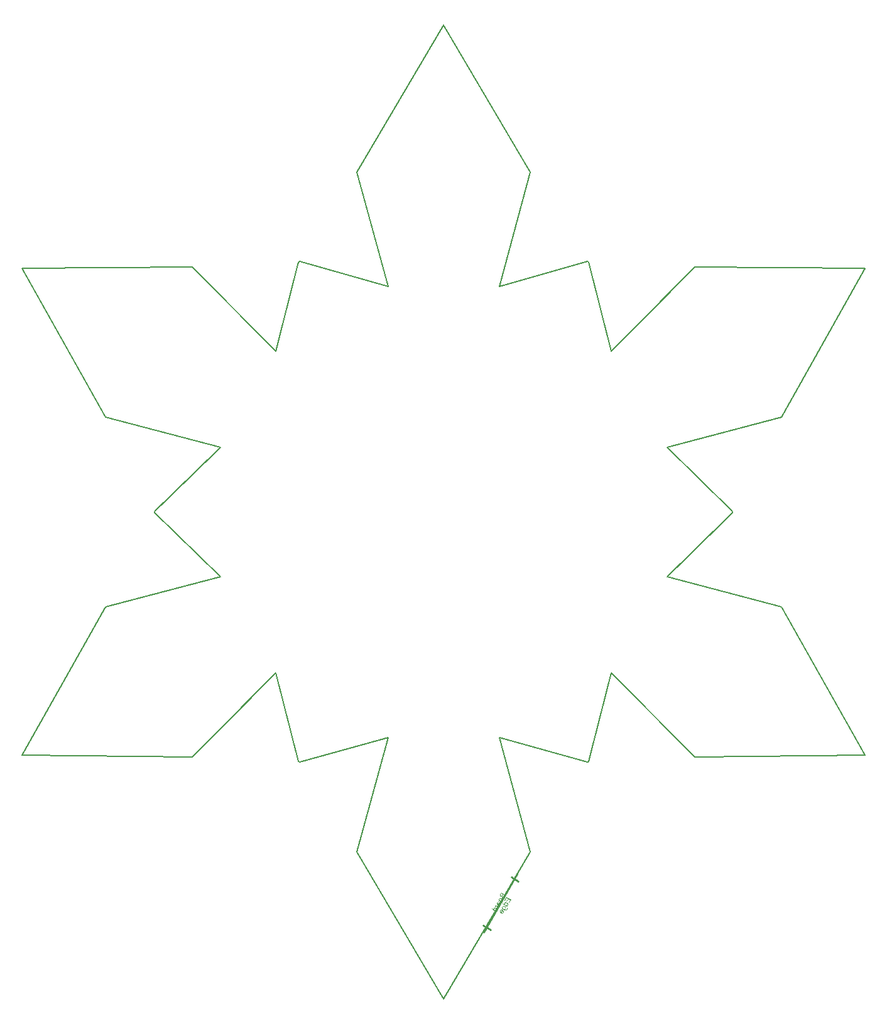
<source format=gm1>
G04*
G04 #@! TF.GenerationSoftware,Altium Limited,Altium Designer,18.1.9 (240)*
G04*
G04 Layer_Color=16711935*
%FSLAX25Y25*%
%MOIN*%
G70*
G01*
G75*
%ADD10C,0.01000*%
%ADD78C,0.00820*%
%ADD79C,0.00050*%
G36*
X295568Y59032D02*
X294969Y57994D01*
X294917Y57922D01*
X294874Y57856D01*
X294831Y57800D01*
X294797Y57758D01*
X294774Y57726D01*
X294753Y57708D01*
X294749Y57700D01*
X294697Y57654D01*
X294647Y57612D01*
X294599Y57574D01*
X294558Y57547D01*
X294520Y57523D01*
X294491Y57509D01*
X294475Y57499D01*
X294469Y57497D01*
X294413Y57479D01*
X294353Y57463D01*
X294297Y57454D01*
X294244Y57449D01*
X294199Y57450D01*
X294161Y57446D01*
X294138Y57450D01*
X294128Y57450D01*
X294056Y57457D01*
X293987Y57471D01*
X293924Y57492D01*
X293868Y57509D01*
X293824Y57530D01*
X293787Y57546D01*
X293765Y57559D01*
X293757Y57563D01*
X293679Y57613D01*
X293616Y57670D01*
X293566Y57724D01*
X293522Y57780D01*
X293492Y57833D01*
X293469Y57872D01*
X293458Y57898D01*
X293453Y57906D01*
X293425Y57988D01*
X293412Y58072D01*
X293407Y58151D01*
X293406Y58227D01*
X293411Y58290D01*
X293416Y58343D01*
X293421Y58360D01*
X293424Y58374D01*
X293425Y58384D01*
X293427Y58387D01*
X293355Y58342D01*
X293287Y58311D01*
X293226Y58285D01*
X293166Y58269D01*
X293120Y58260D01*
X293080Y58253D01*
X293059Y58250D01*
X293049Y58251D01*
X292978Y58251D01*
X292910Y58265D01*
X292852Y58278D01*
X292800Y58293D01*
X292754Y58310D01*
X292721Y58324D01*
X292702Y58335D01*
X292694Y58339D01*
X292632Y58380D01*
X292578Y58427D01*
X292533Y58473D01*
X292495Y58520D01*
X292464Y58563D01*
X292438Y58598D01*
X292426Y58621D01*
X292421Y58629D01*
X292388Y58704D01*
X292366Y58772D01*
X292351Y58841D01*
X292343Y58907D01*
X292342Y58958D01*
X292341Y58999D01*
X292342Y59029D01*
X292341Y59035D01*
X292343Y59039D01*
X292356Y59122D01*
X292381Y59209D01*
X292413Y59292D01*
X292443Y59371D01*
X292477Y59438D01*
X292492Y59464D01*
X292504Y59493D01*
X293070Y60474D01*
X295568Y59032D01*
D02*
G37*
G36*
X292808Y57553D02*
X292885Y57545D01*
X292959Y57532D01*
X293030Y57516D01*
X293100Y57496D01*
X293164Y57475D01*
X293221Y57452D01*
X293271Y57433D01*
X293315Y57413D01*
X293350Y57393D01*
X293378Y57381D01*
X293393Y57373D01*
X293401Y57368D01*
X293482Y57316D01*
X293558Y57262D01*
X293624Y57209D01*
X293683Y57155D01*
X293735Y57104D01*
X293785Y57050D01*
X293822Y56999D01*
X293858Y56947D01*
X293888Y56904D01*
X293910Y56862D01*
X293929Y56825D01*
X293945Y56791D01*
X293957Y56768D01*
X293966Y56748D01*
X293969Y56736D01*
X293970Y56730D01*
X293986Y56660D01*
X293995Y56589D01*
X294001Y56520D01*
X293997Y56451D01*
X293991Y56389D01*
X293980Y56324D01*
X293955Y56212D01*
X293940Y56160D01*
X293924Y56113D01*
X293905Y56073D01*
X293892Y56041D01*
X293880Y56012D01*
X293858Y55974D01*
X293804Y55889D01*
X293743Y55818D01*
X293686Y55754D01*
X293626Y55703D01*
X293576Y55660D01*
X293533Y55629D01*
X293520Y55616D01*
X293506Y55610D01*
X293500Y55608D01*
X293498Y55604D01*
X293410Y55558D01*
X293326Y55526D01*
X293246Y55501D01*
X293172Y55488D01*
X293107Y55480D01*
X293057Y55473D01*
X293022Y55473D01*
X293016Y55472D01*
X293012Y55474D01*
X292912Y55486D01*
X292806Y55512D01*
X292704Y55546D01*
X292607Y55581D01*
X292563Y55601D01*
X292523Y55619D01*
X292489Y55639D01*
X292456Y55653D01*
X292434Y55666D01*
X292414Y55677D01*
X292403Y55683D01*
X292399Y55686D01*
X292322Y55736D01*
X292254Y55785D01*
X292188Y55838D01*
X292132Y55891D01*
X292083Y55945D01*
X292040Y55994D01*
X292000Y56048D01*
X291966Y56093D01*
X291941Y56138D01*
X291916Y56183D01*
X291896Y56219D01*
X291884Y56252D01*
X291874Y56278D01*
X291866Y56298D01*
X291863Y56310D01*
X291861Y56316D01*
X291845Y56386D01*
X291836Y56457D01*
X291830Y56526D01*
X291828Y56593D01*
X291836Y56660D01*
X291846Y56720D01*
X291870Y56833D01*
X291885Y56885D01*
X291902Y56931D01*
X291918Y56968D01*
X291934Y57004D01*
X291945Y57033D01*
X291965Y57067D01*
X292004Y57126D01*
X292043Y57184D01*
X292129Y57281D01*
X292220Y57360D01*
X292264Y57391D01*
X292301Y57420D01*
X292342Y57447D01*
X292378Y57467D01*
X292413Y57483D01*
X292441Y57497D01*
X292463Y57509D01*
X292481Y57514D01*
X292490Y57519D01*
X292496Y57521D01*
X292574Y57542D01*
X292651Y57553D01*
X292730Y57558D01*
X292808Y57553D01*
D02*
G37*
G36*
X291602Y55639D02*
X291665Y55633D01*
X291725Y55624D01*
X291777Y55609D01*
X291818Y55601D01*
X291843Y55591D01*
X291849Y55593D01*
X291853Y55591D01*
X291721Y55266D01*
X291646Y55285D01*
X291573Y55291D01*
X291514Y55294D01*
X291461Y55290D01*
X291421Y55282D01*
X291391Y55274D01*
X291373Y55269D01*
X291367Y55268D01*
X291317Y55241D01*
X291267Y55199D01*
X291227Y55156D01*
X291185Y55110D01*
X291152Y55062D01*
X291127Y55027D01*
X291107Y54992D01*
X291065Y54910D01*
X291034Y54831D01*
X291018Y54760D01*
X291009Y54699D01*
X291006Y54650D01*
X291009Y54613D01*
X291010Y54587D01*
X291011Y54581D01*
X291028Y54531D01*
X291055Y54490D01*
X291092Y54448D01*
X291127Y54413D01*
X291161Y54383D01*
X291193Y54360D01*
X291216Y54347D01*
X291219Y54344D01*
X291223Y54342D01*
X291231Y54338D01*
X291242Y54331D01*
X291269Y54316D01*
X291294Y54307D01*
X291301Y54302D01*
X291305Y54300D01*
X291336Y54327D01*
X291370Y54359D01*
X291443Y54433D01*
X291511Y54516D01*
X291577Y54594D01*
X291640Y54669D01*
X291664Y54701D01*
X291685Y54729D01*
X291704Y54754D01*
X291715Y54773D01*
X291725Y54782D01*
X291728Y54786D01*
X291773Y54846D01*
X291811Y54895D01*
X291847Y54940D01*
X291877Y54974D01*
X291902Y55000D01*
X291917Y55016D01*
X291929Y55029D01*
X291931Y55033D01*
X291973Y55070D01*
X292012Y55103D01*
X292047Y55129D01*
X292086Y55152D01*
X292117Y55170D01*
X292139Y55182D01*
X292155Y55193D01*
X292161Y55195D01*
X292208Y55213D01*
X292252Y55229D01*
X292300Y55241D01*
X292340Y55249D01*
X292377Y55252D01*
X292403Y55253D01*
X292422Y55252D01*
X292428Y55253D01*
X292481Y55248D01*
X292532Y55239D01*
X292578Y55223D01*
X292620Y55208D01*
X292653Y55194D01*
X292682Y55183D01*
X292697Y55174D01*
X292705Y55170D01*
X292780Y55116D01*
X292845Y55053D01*
X292893Y54995D01*
X292929Y54934D01*
X292957Y54877D01*
X292974Y54837D01*
X292982Y54807D01*
X292985Y54795D01*
X292997Y54702D01*
X292987Y54606D01*
X292972Y54519D01*
X292944Y54434D01*
X292918Y54362D01*
X292904Y54330D01*
X292891Y54307D01*
X292881Y54282D01*
X292866Y54255D01*
X292823Y54189D01*
X292780Y54133D01*
X292740Y54080D01*
X292697Y54033D01*
X292662Y53998D01*
X292633Y53974D01*
X292618Y53958D01*
X292610Y53952D01*
X292548Y53907D01*
X292485Y53867D01*
X292418Y53830D01*
X292351Y53803D01*
X292294Y53774D01*
X292250Y53759D01*
X292222Y53745D01*
X292210Y53742D01*
X292255Y53706D01*
X292292Y53674D01*
X292326Y53645D01*
X292354Y53614D01*
X292374Y53587D01*
X292392Y53566D01*
X292401Y53556D01*
X292403Y53550D01*
X292218Y53230D01*
X292162Y53308D01*
X292133Y53346D01*
X292109Y53374D01*
X292087Y53397D01*
X292066Y53414D01*
X292053Y53427D01*
X292050Y53429D01*
X292025Y53448D01*
X291997Y53470D01*
X291963Y53490D01*
X291923Y53517D01*
X291838Y53572D01*
X291743Y53627D01*
X291657Y53681D01*
X291619Y53703D01*
X291585Y53723D01*
X291559Y53738D01*
X291536Y53751D01*
X291521Y53760D01*
X291517Y53762D01*
X291106Y53999D01*
X291034Y54041D01*
X290979Y54078D01*
X290932Y54110D01*
X290894Y54132D01*
X290866Y54153D01*
X290849Y54168D01*
X290840Y54178D01*
X290836Y54181D01*
X290797Y54218D01*
X290764Y54258D01*
X290738Y54293D01*
X290717Y54325D01*
X290699Y54356D01*
X290690Y54376D01*
X290683Y54390D01*
X290682Y54396D01*
X290669Y54444D01*
X290660Y54490D01*
X290659Y54541D01*
X290660Y54586D01*
X290662Y54626D01*
X290662Y54661D01*
X290667Y54678D01*
X290668Y54688D01*
X290682Y54756D01*
X290702Y54826D01*
X290731Y54895D01*
X290759Y54960D01*
X290786Y55015D01*
X290806Y55060D01*
X290828Y55098D01*
X290880Y55179D01*
X290934Y55255D01*
X290981Y55318D01*
X291027Y55373D01*
X291071Y55413D01*
X291101Y55447D01*
X291111Y55456D01*
X291121Y55465D01*
X291127Y55467D01*
X291130Y55471D01*
X291191Y55516D01*
X291252Y55552D01*
X291312Y55584D01*
X291360Y55607D01*
X291404Y55622D01*
X291438Y55627D01*
X291462Y55634D01*
X291468Y55635D01*
X291533Y55643D01*
X291602Y55639D01*
D02*
G37*
G36*
X298298Y56741D02*
X297222Y54878D01*
X296930Y55047D01*
X297814Y56579D01*
X296962Y57071D01*
X296166Y55691D01*
X295873Y55860D01*
X296670Y57240D01*
X295902Y57683D01*
X295050Y56208D01*
X294757Y56377D01*
X295800Y58183D01*
X298298Y56741D01*
D02*
G37*
G36*
X295556Y55293D02*
X295575Y55292D01*
X295591Y55293D01*
X295601Y55292D01*
X295605Y55290D01*
X295706Y55272D01*
X295804Y55241D01*
X295893Y55210D01*
X295975Y55177D01*
X296044Y55147D01*
X296075Y55130D01*
X296100Y55121D01*
X296119Y55110D01*
X296134Y55101D01*
X296142Y55097D01*
X296146Y55094D01*
X296246Y55031D01*
X296331Y54967D01*
X296406Y54904D01*
X296467Y54843D01*
X296517Y54789D01*
X296539Y54766D01*
X296553Y54747D01*
X296564Y54731D01*
X296573Y54720D01*
X296579Y54712D01*
X296583Y54710D01*
X296635Y54624D01*
X296675Y54545D01*
X296704Y54463D01*
X296725Y54395D01*
X296739Y54331D01*
X296748Y54285D01*
X296754Y54251D01*
X296756Y54245D01*
X296753Y54242D01*
X296752Y54151D01*
X296741Y54061D01*
X296722Y53986D01*
X296700Y53912D01*
X296679Y53859D01*
X296659Y53815D01*
X296654Y53797D01*
X296641Y53774D01*
X296602Y53716D01*
X296561Y53663D01*
X296519Y53616D01*
X296472Y53578D01*
X296428Y53547D01*
X296381Y53518D01*
X296333Y53496D01*
X296290Y53475D01*
X296246Y53460D01*
X296208Y53446D01*
X296172Y53437D01*
X296144Y53432D01*
X296116Y53428D01*
X296098Y53423D01*
X296089Y53424D01*
X296083Y53422D01*
X296307Y53293D01*
X296142Y53008D01*
X293644Y54450D01*
X293822Y54758D01*
X294720Y54240D01*
X294699Y54292D01*
X294681Y54348D01*
X294672Y54404D01*
X294667Y54447D01*
X294662Y54491D01*
X294660Y54523D01*
X294661Y54542D01*
X294661Y54552D01*
X294667Y54615D01*
X294677Y54675D01*
X294694Y54731D01*
X294707Y54779D01*
X294727Y54823D01*
X294741Y54856D01*
X294756Y54883D01*
X294806Y54960D01*
X294865Y55028D01*
X294924Y55085D01*
X294978Y55135D01*
X295029Y55171D01*
X295070Y55198D01*
X295098Y55212D01*
X295104Y55214D01*
X295107Y55218D01*
X295193Y55254D01*
X295277Y55276D01*
X295361Y55289D01*
X295440Y55294D01*
X295507Y55296D01*
X295556Y55293D01*
D02*
G37*
G36*
X292001Y52854D02*
X291823Y52546D01*
X290877Y53092D01*
X290802Y53130D01*
X290736Y53164D01*
X290670Y53191D01*
X290610Y53211D01*
X290560Y53229D01*
X290522Y53242D01*
X290501Y53249D01*
X290491Y53249D01*
X290444Y53256D01*
X290401Y53261D01*
X290360Y53259D01*
X290326Y53253D01*
X290298Y53249D01*
X290274Y53243D01*
X290262Y53240D01*
X290256Y53238D01*
X290219Y53218D01*
X290187Y53197D01*
X290158Y53173D01*
X290135Y53151D01*
X290116Y53126D01*
X290101Y53110D01*
X290092Y53094D01*
X290072Y53050D01*
X290055Y53004D01*
X290045Y52960D01*
X290036Y52919D01*
X290032Y52886D01*
X290031Y52856D01*
X290029Y52837D01*
X290031Y52830D01*
X289686Y52883D01*
X289687Y52963D01*
X289693Y53036D01*
X289709Y53098D01*
X289720Y53152D01*
X289736Y53198D01*
X289750Y53231D01*
X289766Y53258D01*
X289791Y53293D01*
X289821Y53327D01*
X289848Y53357D01*
X289875Y53377D01*
X289906Y53395D01*
X289924Y53409D01*
X289938Y53416D01*
X289944Y53418D01*
X289991Y53437D01*
X290046Y53445D01*
X290108Y53455D01*
X290167Y53461D01*
X290218Y53462D01*
X290264Y53462D01*
X290295Y53464D01*
X290301Y53465D01*
X290031Y53621D01*
X290192Y53899D01*
X292001Y52854D01*
D02*
G37*
G36*
X294438Y53358D02*
X294458Y53357D01*
X294474Y53358D01*
X294484Y53357D01*
X294487Y53355D01*
X294589Y53337D01*
X294685Y53312D01*
X294774Y53281D01*
X294857Y53248D01*
X294922Y53221D01*
X294949Y53205D01*
X294973Y53196D01*
X294992Y53185D01*
X295008Y53176D01*
X295015Y53172D01*
X295019Y53170D01*
X295085Y53126D01*
X295152Y53083D01*
X295260Y52990D01*
X295306Y52938D01*
X295351Y52892D01*
X295389Y52844D01*
X295424Y52799D01*
X295455Y52756D01*
X295478Y52717D01*
X295497Y52681D01*
X295515Y52650D01*
X295531Y52625D01*
X295540Y52605D01*
X295545Y52597D01*
X295547Y52591D01*
X295568Y52523D01*
X295586Y52457D01*
X295594Y52392D01*
X295596Y52325D01*
X295596Y52264D01*
X295590Y52201D01*
X295583Y52144D01*
X295568Y52092D01*
X295553Y52040D01*
X295539Y51998D01*
X295525Y51955D01*
X295511Y51923D01*
X295499Y51894D01*
X295479Y51859D01*
X295445Y51809D01*
X295407Y51760D01*
X295367Y51717D01*
X295325Y51680D01*
X295236Y51614D01*
X295153Y51566D01*
X295078Y51534D01*
X295042Y51524D01*
X295014Y51510D01*
X294990Y51503D01*
X294972Y51499D01*
X294962Y51499D01*
X294956Y51498D01*
X295009Y51467D01*
X295059Y51438D01*
X295101Y51414D01*
X295142Y51390D01*
X295179Y51374D01*
X295213Y51354D01*
X295271Y51331D01*
X295311Y51313D01*
X295340Y51301D01*
X295357Y51297D01*
X295361Y51294D01*
X295425Y51283D01*
X295488Y51277D01*
X295539Y51278D01*
X295588Y51285D01*
X295630Y51296D01*
X295660Y51304D01*
X295681Y51313D01*
X295687Y51314D01*
X295743Y51342D01*
X295793Y51384D01*
X295839Y51429D01*
X295881Y51476D01*
X295917Y51521D01*
X295943Y51556D01*
X295963Y51591D01*
X295999Y51661D01*
X296024Y51732D01*
X296044Y51792D01*
X296049Y51845D01*
X296056Y51892D01*
X296057Y51921D01*
X296057Y51947D01*
X296055Y51953D01*
X296046Y51999D01*
X296029Y52039D01*
X296006Y52078D01*
X295980Y52113D01*
X295954Y52138D01*
X295936Y52159D01*
X295923Y52171D01*
X295915Y52176D01*
X296045Y52496D01*
X296098Y52465D01*
X296143Y52429D01*
X296219Y52360D01*
X296278Y52286D01*
X296319Y52216D01*
X296346Y52150D01*
X296363Y52100D01*
X296369Y52066D01*
X296374Y52058D01*
X296372Y52054D01*
X296375Y51945D01*
X296363Y51836D01*
X296335Y51735D01*
X296306Y51641D01*
X296276Y51562D01*
X296260Y51525D01*
X296245Y51499D01*
X296235Y51474D01*
X296217Y51443D01*
X296157Y51347D01*
X296095Y51266D01*
X296030Y51197D01*
X295971Y51140D01*
X295925Y51095D01*
X295884Y51068D01*
X295868Y51057D01*
X295858Y51048D01*
X295851Y51047D01*
X295849Y51043D01*
X295770Y51002D01*
X295692Y50972D01*
X295620Y50952D01*
X295552Y50941D01*
X295495Y50938D01*
X295451Y50933D01*
X295422Y50935D01*
X295416Y50933D01*
X295412Y50935D01*
X295369Y50940D01*
X295319Y50949D01*
X295216Y50982D01*
X295109Y51024D01*
X295007Y51068D01*
X294959Y51090D01*
X294911Y51113D01*
X294873Y51135D01*
X294837Y51151D01*
X294807Y51168D01*
X294788Y51179D01*
X294772Y51188D01*
X294769Y51190D01*
X293202Y52095D01*
X293365Y52376D01*
X293585Y52249D01*
X293561Y52313D01*
X293544Y52379D01*
X293536Y52444D01*
X293530Y52504D01*
X293529Y52565D01*
X293537Y52621D01*
X293542Y52674D01*
X293555Y52723D01*
X293577Y52806D01*
X293589Y52844D01*
X293601Y52873D01*
X293610Y52898D01*
X293628Y52929D01*
X293682Y53014D01*
X293743Y53085D01*
X293802Y53142D01*
X293862Y53194D01*
X293914Y53230D01*
X293954Y53257D01*
X293969Y53264D01*
X293983Y53271D01*
X293989Y53273D01*
X293991Y53276D01*
X294078Y53313D01*
X294162Y53335D01*
X294245Y53348D01*
X294322Y53359D01*
X294389Y53361D01*
X294438Y53358D01*
D02*
G37*
G36*
X289904Y52523D02*
X289924Y52522D01*
X289940Y52523D01*
X289950Y52523D01*
X289953Y52521D01*
X290055Y52503D01*
X290153Y52471D01*
X290242Y52440D01*
X290324Y52408D01*
X290393Y52378D01*
X290424Y52360D01*
X290449Y52351D01*
X290468Y52340D01*
X290483Y52331D01*
X290491Y52327D01*
X290494Y52325D01*
X290595Y52262D01*
X290679Y52198D01*
X290754Y52134D01*
X290816Y52073D01*
X290865Y52019D01*
X290888Y51996D01*
X290902Y51978D01*
X290913Y51961D01*
X290922Y51951D01*
X290928Y51943D01*
X290932Y51941D01*
X290983Y51855D01*
X291024Y51776D01*
X291052Y51693D01*
X291074Y51625D01*
X291088Y51561D01*
X291097Y51516D01*
X291103Y51482D01*
X291104Y51476D01*
X291102Y51472D01*
X291101Y51382D01*
X291089Y51292D01*
X291071Y51216D01*
X291049Y51143D01*
X291028Y51089D01*
X291007Y51045D01*
X291003Y51028D01*
X290989Y51005D01*
X290950Y50946D01*
X290910Y50893D01*
X290868Y50847D01*
X290820Y50808D01*
X290777Y50778D01*
X290730Y50749D01*
X290682Y50726D01*
X290639Y50705D01*
X290595Y50690D01*
X290557Y50677D01*
X290521Y50667D01*
X290493Y50663D01*
X290465Y50659D01*
X290447Y50654D01*
X290437Y50654D01*
X290431Y50653D01*
X290656Y50523D01*
X290491Y50238D01*
X287993Y51680D01*
X288171Y51988D01*
X289068Y51470D01*
X289048Y51523D01*
X289030Y51579D01*
X289021Y51634D01*
X289016Y51678D01*
X289011Y51722D01*
X289008Y51753D01*
X289010Y51773D01*
X289010Y51783D01*
X289016Y51845D01*
X289025Y51906D01*
X289043Y51961D01*
X289055Y52010D01*
X289076Y52054D01*
X289089Y52087D01*
X289105Y52113D01*
X289155Y52191D01*
X289214Y52258D01*
X289272Y52315D01*
X289327Y52365D01*
X289378Y52402D01*
X289419Y52429D01*
X289447Y52443D01*
X289453Y52444D01*
X289455Y52448D01*
X289542Y52484D01*
X289626Y52507D01*
X289709Y52519D01*
X289788Y52525D01*
X289855Y52526D01*
X289904Y52523D01*
D02*
G37*
G36*
X293292Y51389D02*
X293364Y51383D01*
X293438Y51370D01*
X293506Y51357D01*
X293635Y51317D01*
X293695Y51298D01*
X293749Y51277D01*
X293797Y51254D01*
X293837Y51236D01*
X293870Y51222D01*
X293896Y51207D01*
X293912Y51198D01*
X293915Y51196D01*
X293993Y51146D01*
X294065Y51095D01*
X294130Y51042D01*
X294186Y50989D01*
X294238Y50939D01*
X294284Y50887D01*
X294320Y50836D01*
X294353Y50786D01*
X294384Y50743D01*
X294409Y50699D01*
X294428Y50662D01*
X294440Y50630D01*
X294452Y50607D01*
X294461Y50587D01*
X294464Y50575D01*
X294466Y50569D01*
X294481Y50499D01*
X294491Y50428D01*
X294496Y50359D01*
X294492Y50290D01*
X294486Y50228D01*
X294475Y50164D01*
X294448Y50047D01*
X294431Y49991D01*
X294414Y49945D01*
X294396Y49905D01*
X294380Y49868D01*
X294369Y49839D01*
X294347Y49801D01*
X294273Y49692D01*
X294201Y49602D01*
X294122Y49526D01*
X294054Y49469D01*
X294019Y49444D01*
X293992Y49424D01*
X293963Y49409D01*
X293941Y49397D01*
X293922Y49382D01*
X293908Y49375D01*
X293899Y49376D01*
X293896Y49372D01*
X293796Y49339D01*
X293689Y49320D01*
X293590Y49316D01*
X293500Y49317D01*
X293418Y49324D01*
X293384Y49328D01*
X293357Y49334D01*
X293334Y49337D01*
X293316Y49342D01*
X293306Y49343D01*
X293303Y49345D01*
X293443Y49685D01*
X293529Y49675D01*
X293607Y49671D01*
X293674Y49673D01*
X293730Y49681D01*
X293779Y49688D01*
X293812Y49700D01*
X293836Y49706D01*
X293842Y49708D01*
X293899Y49736D01*
X293946Y49774D01*
X293990Y49815D01*
X294027Y49854D01*
X294057Y49888D01*
X294078Y49916D01*
X294096Y49946D01*
X294134Y50030D01*
X294161Y50112D01*
X294172Y50191D01*
X294174Y50266D01*
X294172Y50323D01*
X294165Y50373D01*
X294161Y50401D01*
X294157Y50413D01*
X294121Y50499D01*
X294069Y50585D01*
X294009Y50656D01*
X293950Y50720D01*
X293890Y50775D01*
X293866Y50794D01*
X293841Y50813D01*
X293822Y50824D01*
X293805Y50839D01*
X293798Y50843D01*
X293794Y50845D01*
X293017Y49500D01*
X292981Y49516D01*
X292954Y49531D01*
X292939Y49540D01*
X292935Y49542D01*
X292853Y49594D01*
X292782Y49646D01*
X292716Y49699D01*
X292658Y49747D01*
X292604Y49804D01*
X292558Y49856D01*
X292522Y49907D01*
X292484Y49955D01*
X292455Y50002D01*
X292434Y50044D01*
X292415Y50081D01*
X292397Y50111D01*
X292387Y50137D01*
X292378Y50158D01*
X292375Y50170D01*
X292373Y50176D01*
X292354Y50248D01*
X292342Y50315D01*
X292336Y50384D01*
X292338Y50449D01*
X292340Y50514D01*
X292350Y50574D01*
X292372Y50683D01*
X292387Y50735D01*
X292401Y50778D01*
X292420Y50818D01*
X292433Y50850D01*
X292445Y50879D01*
X292464Y50914D01*
X292508Y50980D01*
X292553Y51040D01*
X292599Y51094D01*
X292647Y51143D01*
X292703Y51186D01*
X292751Y51225D01*
X292800Y51257D01*
X292847Y51286D01*
X292895Y51309D01*
X292936Y51326D01*
X292972Y51345D01*
X293004Y51357D01*
X293035Y51365D01*
X293053Y51370D01*
X293064Y51373D01*
X293071Y51375D01*
X293144Y51388D01*
X293217Y51392D01*
X293292Y51389D01*
D02*
G37*
%LPC*%
G36*
X293172Y59974D02*
X292832Y59385D01*
X292793Y59301D01*
X292760Y59234D01*
X292737Y59176D01*
X292722Y59134D01*
X292711Y59105D01*
X292707Y59082D01*
X292705Y59078D01*
X292699Y59031D01*
X292698Y58986D01*
X292703Y58942D01*
X292709Y58908D01*
X292721Y58876D01*
X292727Y58852D01*
X292734Y58838D01*
X292736Y58832D01*
X292763Y58791D01*
X292792Y58754D01*
X292820Y58723D01*
X292849Y58696D01*
X292878Y58674D01*
X292898Y58657D01*
X292917Y58646D01*
X292921Y58644D01*
X292973Y58619D01*
X293019Y58603D01*
X293061Y58588D01*
X293098Y58582D01*
X293134Y58582D01*
X293157Y58579D01*
X293173Y58580D01*
X293179Y58581D01*
X293225Y58590D01*
X293269Y58605D01*
X293309Y58623D01*
X293342Y58644D01*
X293375Y58666D01*
X293395Y58684D01*
X293408Y58697D01*
X293414Y58699D01*
X293446Y58736D01*
X293480Y58778D01*
X293514Y58829D01*
X293549Y58880D01*
X293579Y58923D01*
X293932Y59535D01*
X293172Y59974D01*
D02*
G37*
G36*
X294225Y59366D02*
X293845Y58709D01*
X293809Y58628D01*
X293778Y58565D01*
X293755Y58507D01*
X293740Y58465D01*
X293730Y58430D01*
X293725Y58413D01*
X293725Y58403D01*
X293718Y58346D01*
X293718Y58295D01*
X293721Y58248D01*
X293733Y58206D01*
X293742Y58170D01*
X293746Y58142D01*
X293757Y58126D01*
X293759Y58120D01*
X293782Y58071D01*
X293812Y58028D01*
X293848Y57992D01*
X293879Y57959D01*
X293907Y57938D01*
X293932Y57919D01*
X293947Y57910D01*
X293954Y57905D01*
X294002Y57883D01*
X294043Y57865D01*
X294085Y57850D01*
X294120Y57840D01*
X294153Y57836D01*
X294176Y57833D01*
X294190Y57830D01*
X294196Y57832D01*
X294237Y57833D01*
X294281Y57838D01*
X294315Y57844D01*
X294347Y57856D01*
X294377Y57864D01*
X294395Y57869D01*
X294405Y57878D01*
X294411Y57880D01*
X294477Y57923D01*
X294531Y57973D01*
X294554Y57995D01*
X294571Y58016D01*
X294584Y58029D01*
X294586Y58033D01*
X294605Y58057D01*
X294628Y58089D01*
X294676Y58163D01*
X295084Y58870D01*
X294225Y59366D01*
D02*
G37*
G36*
X292685Y57209D02*
X292660Y57208D01*
X292644Y57207D01*
X292628Y57206D01*
X292616Y57203D01*
X292568Y57190D01*
X292524Y57175D01*
X292441Y57137D01*
X292373Y57090D01*
X292319Y57040D01*
X292273Y56995D01*
X292245Y56956D01*
X292233Y56943D01*
X292196Y56878D01*
X292181Y56836D01*
X292159Y56752D01*
X292152Y56670D01*
X292149Y56596D01*
X292155Y56536D01*
X292166Y56485D01*
X292174Y56454D01*
X292174Y56445D01*
X292177Y56442D01*
X292219Y56348D01*
X292277Y56264D01*
X292349Y56186D01*
X292418Y56121D01*
X292487Y56066D01*
X292515Y56045D01*
X292542Y56029D01*
X292566Y56010D01*
X292582Y56001D01*
X292593Y55995D01*
X292597Y55993D01*
X292661Y55955D01*
X292727Y55928D01*
X292788Y55902D01*
X292842Y55881D01*
X292898Y55864D01*
X292952Y55853D01*
X292997Y55843D01*
X293040Y55838D01*
X293079Y55836D01*
X293112Y55832D01*
X293144Y55834D01*
X293169Y55834D01*
X293189Y55833D01*
X293205Y55834D01*
X293213Y55840D01*
X293217Y55837D01*
X293265Y55850D01*
X293309Y55865D01*
X293386Y55902D01*
X293454Y55949D01*
X293508Y55999D01*
X293554Y56043D01*
X293582Y56083D01*
X293594Y56096D01*
X293607Y56119D01*
X293628Y56163D01*
X293648Y56207D01*
X293671Y56290D01*
X293684Y56374D01*
X293680Y56447D01*
X293676Y56510D01*
X293669Y56559D01*
X293661Y56590D01*
X293658Y56602D01*
X293639Y56648D01*
X293614Y56693D01*
X293553Y56779D01*
X293478Y56852D01*
X293406Y56919D01*
X293336Y56975D01*
X293304Y56998D01*
X293278Y57014D01*
X293257Y57031D01*
X293238Y57042D01*
X293227Y57048D01*
X293223Y57051D01*
X293158Y57088D01*
X293097Y57113D01*
X293035Y57138D01*
X292981Y57159D01*
X292925Y57177D01*
X292877Y57189D01*
X292830Y57196D01*
X292787Y57200D01*
X292750Y57207D01*
X292715Y57207D01*
X292685Y57209D01*
D02*
G37*
G36*
X292355Y54890D02*
X292343Y54887D01*
X292340Y54889D01*
X292272Y54877D01*
X292220Y54857D01*
X292200Y54848D01*
X292183Y54837D01*
X292171Y54834D01*
X292169Y54830D01*
X292138Y54803D01*
X292102Y54767D01*
X292033Y54691D01*
X292001Y54654D01*
X291974Y54624D01*
X291957Y54603D01*
X291952Y54595D01*
X291906Y54541D01*
X291865Y54488D01*
X291823Y54442D01*
X291787Y54397D01*
X291749Y54358D01*
X291716Y54326D01*
X291686Y54293D01*
X291659Y54263D01*
X291630Y54239D01*
X291609Y54221D01*
X291592Y54200D01*
X291574Y54185D01*
X291563Y54176D01*
X291553Y54167D01*
X291545Y54162D01*
X291659Y54096D01*
X291733Y54058D01*
X291796Y54027D01*
X291854Y54003D01*
X291904Y53985D01*
X291945Y53976D01*
X291972Y53971D01*
X291989Y53966D01*
X291995Y53967D01*
X292060Y53966D01*
X292122Y53976D01*
X292179Y53988D01*
X292224Y54003D01*
X292268Y54018D01*
X292298Y54036D01*
X292319Y54044D01*
X292327Y54050D01*
X292384Y54088D01*
X292434Y54130D01*
X292476Y54176D01*
X292510Y54218D01*
X292544Y54259D01*
X292565Y54287D01*
X292583Y54318D01*
X292616Y54384D01*
X292639Y54442D01*
X292653Y54500D01*
X292659Y54547D01*
X292666Y54584D01*
X292661Y54612D01*
X292663Y54632D01*
X292661Y54637D01*
X292644Y54688D01*
X292623Y54730D01*
X292598Y54765D01*
X292574Y54794D01*
X292548Y54819D01*
X292527Y54836D01*
X292512Y54845D01*
X292508Y54847D01*
X292476Y54861D01*
X292447Y54873D01*
X292392Y54884D01*
X292369Y54887D01*
X292355Y54890D01*
D02*
G37*
G36*
X295399Y54952D02*
X295381Y54947D01*
X295368Y54950D01*
X295356Y54947D01*
X295310Y54938D01*
X295268Y54927D01*
X295197Y54892D01*
X295134Y54852D01*
X295080Y54812D01*
X295043Y54773D01*
X295017Y54737D01*
X295004Y54724D01*
X294971Y54667D01*
X294957Y54625D01*
X294936Y54545D01*
X294932Y54467D01*
X294934Y54400D01*
X294940Y54341D01*
X294953Y54293D01*
X294961Y54263D01*
X294960Y54253D01*
X294964Y54251D01*
X294983Y54204D01*
X295008Y54159D01*
X295075Y54075D01*
X295151Y53996D01*
X295230Y53930D01*
X295307Y53870D01*
X295339Y53847D01*
X295370Y53829D01*
X295394Y53810D01*
X295413Y53799D01*
X295424Y53792D01*
X295428Y53790D01*
X295489Y53755D01*
X295550Y53730D01*
X295606Y53703D01*
X295662Y53686D01*
X295714Y53671D01*
X295762Y53658D01*
X295807Y53647D01*
X295844Y53641D01*
X295883Y53639D01*
X295916Y53635D01*
X295942Y53635D01*
X295968Y53636D01*
X295986Y53641D01*
X295999Y53638D01*
X296007Y53643D01*
X296011Y53641D01*
X296057Y53650D01*
X296095Y53663D01*
X296172Y53700D01*
X296232Y53742D01*
X296285Y53782D01*
X296323Y53821D01*
X296349Y53857D01*
X296361Y53870D01*
X296372Y53889D01*
X296390Y53929D01*
X296406Y53965D01*
X296427Y54045D01*
X296433Y54117D01*
X296427Y54186D01*
X296421Y54246D01*
X296412Y54291D01*
X296404Y54321D01*
X296401Y54334D01*
X296382Y54380D01*
X296357Y54425D01*
X296297Y54505D01*
X296225Y54582D01*
X296150Y54646D01*
X296077Y54703D01*
X296049Y54724D01*
X296018Y54742D01*
X295998Y54759D01*
X295979Y54770D01*
X295967Y54777D01*
X295963Y54779D01*
X295899Y54816D01*
X295834Y54844D01*
X295774Y54873D01*
X295714Y54892D01*
X295665Y54911D01*
X295612Y54926D01*
X295566Y54932D01*
X295525Y54941D01*
X295488Y54947D01*
X295452Y54947D01*
X295423Y54949D01*
X295399Y54952D01*
D02*
G37*
G36*
X294333Y53018D02*
X294308Y53017D01*
X294282Y53017D01*
X294264Y53012D01*
X294251Y53015D01*
X294239Y53012D01*
X294193Y53003D01*
X294149Y52988D01*
X294078Y52953D01*
X294012Y52909D01*
X293959Y52869D01*
X293919Y52826D01*
X293893Y52791D01*
X293880Y52778D01*
X293847Y52721D01*
X293833Y52678D01*
X293813Y52599D01*
X293804Y52523D01*
X293806Y52456D01*
X293816Y52394D01*
X293825Y52348D01*
X293833Y52318D01*
X293833Y52308D01*
X293836Y52306D01*
X293855Y52260D01*
X293876Y52217D01*
X293934Y52133D01*
X294002Y52058D01*
X294074Y51997D01*
X294143Y51942D01*
X294171Y51920D01*
X294202Y51903D01*
X294222Y51886D01*
X294237Y51877D01*
X294249Y51871D01*
X294253Y51868D01*
X294314Y51833D01*
X294379Y51806D01*
X294434Y51779D01*
X294490Y51762D01*
X294542Y51747D01*
X294591Y51734D01*
X294635Y51723D01*
X294678Y51719D01*
X294718Y51716D01*
X294751Y51713D01*
X294776Y51713D01*
X294802Y51713D01*
X294818Y51714D01*
X294833Y51715D01*
X294842Y51721D01*
X294846Y51719D01*
X294932Y51745D01*
X295003Y51780D01*
X295068Y51823D01*
X295118Y51866D01*
X295158Y51908D01*
X295186Y51948D01*
X295198Y51961D01*
X295209Y51980D01*
X295227Y52020D01*
X295246Y52060D01*
X295266Y52140D01*
X295275Y52216D01*
X295273Y52283D01*
X295270Y52340D01*
X295261Y52386D01*
X295253Y52416D01*
X295250Y52428D01*
X295229Y52470D01*
X295208Y52513D01*
X295148Y52593D01*
X295076Y52671D01*
X295001Y52734D01*
X294931Y52789D01*
X294899Y52813D01*
X294869Y52830D01*
X294848Y52847D01*
X294829Y52858D01*
X294818Y52865D01*
X294814Y52867D01*
X294696Y52925D01*
X294584Y52969D01*
X294536Y52982D01*
X294487Y52995D01*
X294443Y53005D01*
X294404Y53008D01*
X294367Y53014D01*
X294333Y53018D01*
D02*
G37*
G36*
X289748Y52183D02*
X289730Y52178D01*
X289717Y52181D01*
X289705Y52177D01*
X289659Y52168D01*
X289617Y52157D01*
X289546Y52122D01*
X289483Y52083D01*
X289429Y52043D01*
X289391Y52004D01*
X289366Y51968D01*
X289353Y51955D01*
X289320Y51898D01*
X289306Y51855D01*
X289285Y51776D01*
X289281Y51697D01*
X289282Y51630D01*
X289289Y51571D01*
X289301Y51523D01*
X289310Y51493D01*
X289309Y51483D01*
X289313Y51481D01*
X289332Y51435D01*
X289356Y51390D01*
X289424Y51305D01*
X289500Y51226D01*
X289579Y51160D01*
X289656Y51101D01*
X289688Y51077D01*
X289718Y51060D01*
X289743Y51040D01*
X289762Y51029D01*
X289773Y51023D01*
X289777Y51020D01*
X289838Y50985D01*
X289899Y50960D01*
X289954Y50933D01*
X290010Y50916D01*
X290063Y50901D01*
X290111Y50888D01*
X290156Y50878D01*
X290193Y50872D01*
X290232Y50869D01*
X290265Y50865D01*
X290291Y50866D01*
X290316Y50866D01*
X290334Y50871D01*
X290348Y50868D01*
X290356Y50874D01*
X290360Y50871D01*
X290406Y50880D01*
X290444Y50894D01*
X290521Y50931D01*
X290580Y50972D01*
X290634Y51012D01*
X290672Y51051D01*
X290697Y51087D01*
X290710Y51100D01*
X290721Y51119D01*
X290739Y51160D01*
X290755Y51196D01*
X290775Y51275D01*
X290782Y51348D01*
X290776Y51417D01*
X290770Y51476D01*
X290761Y51522D01*
X290753Y51552D01*
X290750Y51564D01*
X290731Y51610D01*
X290706Y51655D01*
X290646Y51736D01*
X290574Y51812D01*
X290499Y51876D01*
X290426Y51933D01*
X290397Y51955D01*
X290367Y51973D01*
X290346Y51989D01*
X290327Y52000D01*
X290316Y52007D01*
X290312Y52009D01*
X290248Y52047D01*
X290182Y52074D01*
X290123Y52103D01*
X290063Y52122D01*
X290013Y52141D01*
X289961Y52156D01*
X289914Y52163D01*
X289873Y52171D01*
X289836Y52177D01*
X289801Y52178D01*
X289772Y52179D01*
X289748Y52183D01*
D02*
G37*
G36*
X293208Y51052D02*
X293147Y51051D01*
X293104Y51046D01*
X293076Y51042D01*
X293064Y51039D01*
X292982Y51010D01*
X292912Y50969D01*
X292853Y50928D01*
X292805Y50879D01*
X292765Y50836D01*
X292737Y50797D01*
X292724Y50784D01*
X292713Y50765D01*
X292693Y50721D01*
X292673Y50677D01*
X292650Y50594D01*
X292643Y50511D01*
X292644Y50435D01*
X292654Y50373D01*
X292661Y50323D01*
X292673Y50291D01*
X292672Y50282D01*
X292676Y50279D01*
X292702Y50219D01*
X292746Y50163D01*
X292790Y50107D01*
X292834Y50061D01*
X292877Y50021D01*
X292915Y49990D01*
X292930Y49981D01*
X292939Y49970D01*
X292947Y49966D01*
X292950Y49964D01*
X293534Y50975D01*
X293444Y51012D01*
X293357Y51037D01*
X293277Y51048D01*
X293208Y51052D01*
D02*
G37*
%LPD*%
D10*
X283682Y39574D02*
X301399Y70260D01*
X298272Y68656D02*
X302139Y66424D01*
X283508Y43084D02*
X287375Y40852D01*
D78*
X185534Y394965D02*
X186187Y395341D01*
X173526Y347914D02*
X185534Y394965D01*
X129161Y392471D02*
X173526Y347914D01*
X38717Y391650D02*
X129161Y392471D01*
X38717Y391650D02*
X83230Y312910D01*
X143998Y296771D01*
X109254Y262843D02*
X143998Y296771D01*
X109254Y262091D02*
Y262843D01*
Y262091D02*
X143998Y228164D01*
X83230Y212024D02*
X143998Y228164D01*
X38717Y133284D02*
X83230Y212024D01*
X38717Y133284D02*
X129161Y132464D01*
X173526Y177020D01*
X185534Y129969D01*
X186187Y129593D01*
X232939Y142717D01*
X216535Y82021D02*
X232939Y142717D01*
X216535Y82021D02*
X262467Y4101D01*
X308399Y82021D01*
X291995Y142717D02*
X308399Y82021D01*
X291995Y142717D02*
X338747Y129593D01*
X339401Y129969D01*
X351409Y177020D01*
X395773Y132464D01*
X486218Y133284D01*
X441705Y212024D02*
X486218Y133284D01*
X380936Y228164D02*
X441705Y212024D01*
X380936Y228164D02*
X415680Y262091D01*
Y262843D01*
X380936Y296771D02*
X415680Y262843D01*
X380936Y296771D02*
X441705Y312910D01*
X486218Y391650D01*
X395773Y392471D02*
X486218Y391650D01*
X351409Y347914D02*
X395773Y392471D01*
X339401Y394965D02*
X351409Y347914D01*
X338747Y395341D02*
X339401Y394965D01*
X291995Y382218D02*
X338747Y395341D01*
X291995Y382218D02*
X308399Y442913D01*
X262467Y520833D02*
X308399Y442913D01*
X216535D02*
X262467Y520833D01*
X216535Y442913D02*
X232939Y382218D01*
X186187Y395341D02*
X232939Y382218D01*
D79*
X185534Y394965D02*
X186187Y395341D01*
X173526Y347914D02*
X185534Y394965D01*
X129161Y392471D02*
X173526Y347914D01*
X38717Y391650D02*
X129161Y392471D01*
X38717Y391650D02*
X83230Y312910D01*
X143998Y296771D01*
X109254Y262843D02*
X143998Y296771D01*
X109254Y262091D02*
Y262843D01*
Y262091D02*
X143998Y228164D01*
X83230Y212024D02*
X143998Y228164D01*
X38717Y133284D02*
X83230Y212024D01*
X38717Y133284D02*
X129161Y132464D01*
X173526Y177020D01*
X185534Y129969D01*
X186187Y129593D01*
X232939Y142717D01*
X216535Y82021D02*
X232939Y142717D01*
X216535Y82021D02*
X262467Y4101D01*
X308399Y82021D01*
X291995Y142717D02*
X308399Y82021D01*
X291995Y142717D02*
X338747Y129593D01*
X339401Y129969D01*
X351409Y177020D01*
X395773Y132464D01*
X486218Y133284D01*
X441705Y212024D02*
X486218Y133284D01*
X380936Y228164D02*
X441705Y212024D01*
X380936Y228164D02*
X415680Y262091D01*
Y262843D01*
X380936Y296771D02*
X415680Y262843D01*
X380936Y296771D02*
X441705Y312910D01*
X486218Y391650D01*
X395773Y392471D02*
X486218Y391650D01*
X351409Y347914D02*
X395773Y392471D01*
X339401Y394965D02*
X351409Y347914D01*
X338747Y395341D02*
X339401Y394965D01*
X291995Y382218D02*
X338747Y395341D01*
X291995Y382218D02*
X308399Y442913D01*
X262467Y520833D02*
X308399Y442913D01*
X216535D02*
X262467Y520833D01*
X216535Y442913D02*
X232939Y382218D01*
X186187Y395341D02*
X232939Y382218D01*
M02*

</source>
